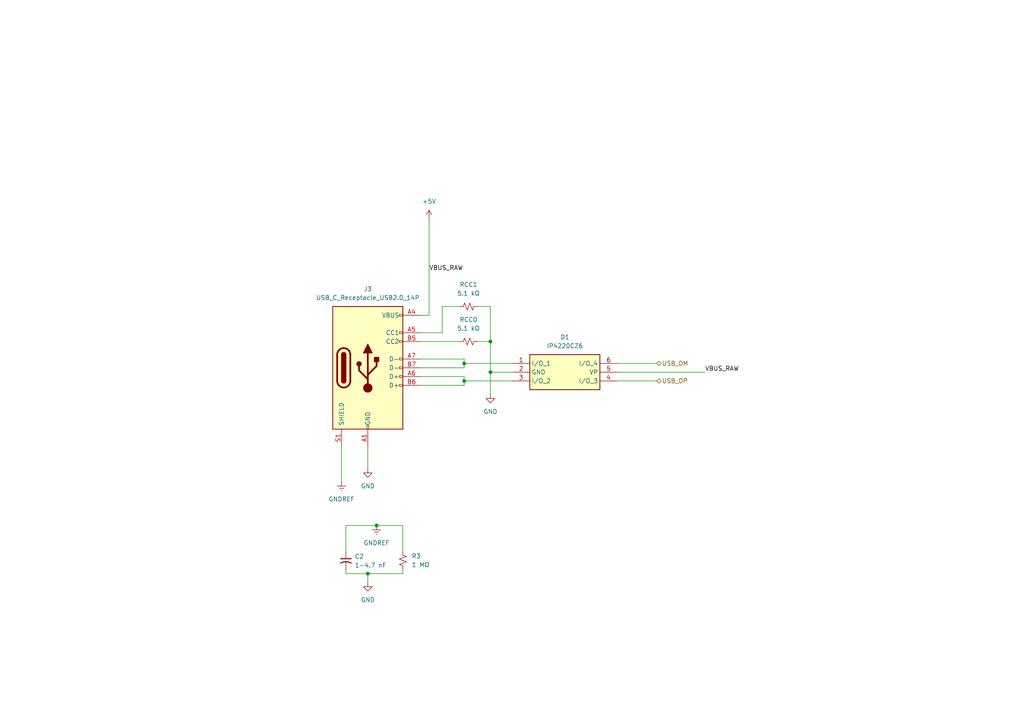
<source format=kicad_sch>
(kicad_sch (version 20250114) (generator "eeschema") (generator_version "9.0")
  (paper "A4")
  (lib_symbols
    (symbol "Connector:USB_C_Receptacle_USB2.0_14P" (pin_names (offset 1.016))
      (property "Reference" "J1" (at 0 22.86 0))
      (property "Value" "USB_C_Receptacle_USB2.0_14P" (at 0 20.32 0))
      (symbol "USB_C_Receptacle_USB2.0_14P_0_0"
        (rectangle (start -0.254 -17.78) (end 0.254 -16.764))
        (rectangle (start 10.16 15.494) (end 9.144 14.986))
        (rectangle (start 10.16 10.414) (end 9.144 9.906))
        (rectangle (start 10.16 7.874) (end 9.144 7.366))
        (rectangle (start 10.16 2.794) (end 9.144 2.286))
        (rectangle (start 10.16 0.254) (end 9.144 -0.254))
        (rectangle (start 10.16 -2.286) (end 9.144 -2.794))
        (rectangle (start 10.16 -4.826) (end 9.144 -5.334))
      )
      (symbol "USB_C_Receptacle_USB2.0_14P_0_1"
        (rectangle (start -10.16 17.78) (end 10.16 -17.78) (stroke (width 0.254)) (fill (type background)))
        (polyline (pts (xy -8.89 -3.81) (xy -8.89 3.81)) (stroke (width 0.508)))
        (rectangle (start -7.62 -3.81) (end -6.35 3.81) (stroke (width 0.254)) (fill (type outline)))
        (arc (start -7.62 3.81) (mid -6.985 4.4423) (end -6.35 3.81) (stroke (width 0.254)))
        (arc (start -7.62 3.81) (mid -6.985 4.4423) (end -6.35 3.81) (stroke (width 0.254)) (fill (type outline)))
        (arc (start -8.89 3.81) (mid -6.985 5.7067) (end -5.08 3.81) (stroke (width 0.508)))
        (arc (start -5.08 -3.81) (mid -6.985 -5.7067) (end -8.89 -3.81) (stroke (width 0.508)))
        (arc (start -6.35 -3.81) (mid -6.985 -4.4423) (end -7.62 -3.81) (stroke (width 0.254)))
        (arc (start -6.35 -3.81) (mid -6.985 -4.4423) (end -7.62 -3.81) (stroke (width 0.254)) (fill (type outline)))
        (polyline (pts (xy -5.08 3.81) (xy -5.08 -3.81)) (stroke (width 0.508)))
        (circle (center -2.54 1.143) (radius 0.635) (stroke (width 0.254)) (fill (type outline)))
        (polyline (pts (xy -1.27 4.318) (xy 0 6.858) (xy 1.27 4.318) (xy -1.27 4.318)) (stroke (width 0.254)) (fill (type outline)))
        (polyline (pts (xy 0 -2.032) (xy 2.54 0.508) (xy 2.54 1.778)) (stroke (width 0.508)))
        (polyline (pts (xy 0 -3.302) (xy -2.54 -0.762) (xy -2.54 0.508)) (stroke (width 0.508)))
        (polyline (pts (xy 0 -5.842) (xy 0 4.318)) (stroke (width 0.508)))
        (circle (center 0 -5.842) (radius 1.27) (fill (type outline)))
        (rectangle (start 1.905 1.778) (end 3.175 3.048) (stroke (width 0.254)) (fill (type outline)))
      )
      (symbol "USB_C_Receptacle_USB2.0_14P_1_1"
        (pin passive line (at -7.62 -22.86 90) (length 5.08) (name "SHIELD") (number "S1"))
        (pin passive line (at 0 -22.86 90) (length 5.08) (name "GND") (number "A1"))
        (pin passive line (at 0 -22.86 90) (length 5.08) (hide yes) (name "GND") (number "A12"))
        (pin passive line (at 0 -22.86 90) (length 5.08) (hide yes) (name "GND") (number "B1"))
        (pin passive line (at 0 -22.86 90) (length 5.08) (hide yes) (name "GND") (number "B12"))
        (pin passive line (at 15.24 15.24 180) (length 5.08) (name "VBUS") (number "A4"))
        (pin passive line (at 15.24 15.24 180) (length 5.08) (hide yes) (name "VBUS") (number "A9"))
        (pin passive line (at 15.24 15.24 180) (length 5.08) (hide yes) (name "VBUS") (number "B4"))
        (pin passive line (at 15.24 15.24 180) (length 5.08) (hide yes) (name "VBUS") (number "B9"))
        (pin bidirectional line (at 15.24 10.16 180) (length 5.08) (name "CC1") (number "A5"))
        (pin bidirectional line (at 15.24 7.62 180) (length 5.08) (name "CC2") (number "B5"))
        (pin bidirectional line (at 15.24 2.54 180) (length 5.08) (name "D-") (number "A7"))
        (pin bidirectional line (at 15.24 0 180) (length 5.08) (name "D-") (number "B7"))
        (pin bidirectional line (at 15.24 -2.54 180) (length 5.08) (name "D+") (number "A6"))
        (pin bidirectional line (at 15.24 -5.08 180) (length 5.08) (name "D+") (number "B6"))
      )
    )
    (symbol "Device:C_Small_US" (pin_numbers (hide yes)) (pin_names (offset 0.254) (hide yes))
      (property "Reference" "C" (at 0.254 1.778 0))
      (property "Value" "C_Small_US" (at 0.254 -2.032 0))
      (symbol "C_Small_US_0_1"
        (polyline (pts (xy -1.524 0.508) (xy 1.524 0.508)) (stroke (width 0.3048)))
        (arc (start -1.524 -0.762) (mid 0 -0.3734) (end 1.524 -0.762) (stroke (width 0.3048)))
      )
      (symbol "C_Small_US_1_1"
        (pin passive line (at 0 2.54 270) (length 2.032) (name "~") (number "1"))
        (pin passive line (at 0 -2.54 90) (length 2.032) (name "~") (number "2"))
      )
    )
    (symbol "Device:R_Small_US" (pin_numbers (hide yes)) (pin_names (offset 0.254) (hide yes))
      (property "Reference" "R" (at 0.762 0.508 0))
      (property "Value" "R_Small_US" (at 0.762 -1.016 0))
      (symbol "R_Small_US_1_1"
        (polyline (pts (xy 0 1.524) (xy 1.016 1.143) (xy 0 0.762) (xy -1.016 0.381) (xy 0 0)))
        (polyline (pts (xy 0 0) (xy 1.016 -0.381) (xy 0 -0.762) (xy -1.016 -1.143) (xy 0 -1.524)))
        (pin passive line (at 0 2.54 270) (length 1.016) (name "~") (number "1"))
        (pin passive line (at 0 -2.54 90) (length 1.016) (name "~") (number "2"))
      )
    )
    (symbol "SamacSys:IP4220CZ6"
      (property "Reference" "D1" (at 15.24 7.62 0))
      (property "Value" "IP4220CZ6" (at 15.24 5.08 0))
      (symbol "IP4220CZ6_1_1"
        (rectangle (start 5.08 2.54) (end 25.4 -7.62) (stroke (width 0.254)) (fill (type background)))
        (pin passive line (at 0 0 0) (length 5.08) (name "I/O_1") (number "1"))
        (pin passive line (at 0 -2.54 0) (length 5.08) (name "GND") (number "2"))
        (pin passive line (at 0 -5.08 0) (length 5.08) (name "I/O_2") (number "3"))
        (pin passive line (at 30.48 0 180) (length 5.08) (name "I/O_4") (number "6"))
        (pin passive line (at 30.48 -2.54 180) (length 5.08) (name "VP") (number "5"))
        (pin passive line (at 30.48 -5.08 180) (length 5.08) (name "I/O_3") (number "4"))
      )
    )
    (symbol "power:+5V" (power) (pin_numbers (hide yes)) (pin_names (offset 0) (hide yes))
      (property "Value" "+5V" (at 0 3.556 0))
      (symbol "+5V_0_1"
        (polyline (pts (xy -0.762 1.27) (xy 0 2.54)))
        (polyline (pts (xy 0 2.54) (xy 0.762 1.27)))
        (polyline (pts (xy 0 0) (xy 0 2.54)))
      )
      (symbol "+5V_1_1"
        (pin power_in line (at 0 0 90) (length 0) (name "~") (number "1"))
      )
    )
    (symbol "power:GND" (power) (pin_numbers (hide yes)) (pin_names (offset 0) (hide yes))
      (property "Value" "GND" (at 0 -3.81 0))
      (symbol "GND_0_1"
        (polyline (pts (xy 0 0) (xy 0 -1.27) (xy 1.27 -1.27) (xy 0 -2.54) (xy -1.27 -1.27) (xy 0 -1.27)))
      )
      (symbol "GND_1_1"
        (pin power_in line (at 0 0 270) (length 0) (name "~") (number "1"))
      )
    )
    (symbol "power:GNDREF" (power) (pin_numbers (hide yes)) (pin_names (offset 0) (hide yes))
      (property "Value" "GNDREF" (at 0 -3.81 0))
      (symbol "GNDREF_0_1"
        (polyline (pts (xy -0.635 -1.905) (xy 0.635 -1.905)))
        (polyline (pts (xy -0.127 -2.54) (xy 0.127 -2.54)))
        (polyline (pts (xy 0 -1.27) (xy 0 0)))
        (polyline (pts (xy 1.27 -1.27) (xy -1.27 -1.27)))
      )
      (symbol "GNDREF_1_1"
        (pin power_in line (at 0 0 270) (length 0) (name "~") (number "1"))
      )
    )
  )
  (junction (at 142.24 99.06))
  (junction (at 134.62 110.49))
  (junction (at 142.24 107.95))
  (junction (at 134.62 105.41))
  (junction (at 106.68 166.37))
  (junction (at 109.22 152.4))
  (wire (pts (xy 142.24 107.95) (xy 142.24 114.3)))
  (wire (pts (xy 134.62 110.49) (xy 134.62 111.76)))
  (wire (pts (xy 134.62 104.14) (xy 134.62 105.41)))
  (wire (pts (xy 148.59 107.95) (xy 142.24 107.95)))
  (wire (pts (xy 138.43 88.9) (xy 142.24 88.9)))
  (wire (pts (xy 116.84 166.37) (xy 116.84 165.1)))
  (wire (pts (xy 179.07 110.49) (xy 190.5 110.49)))
  (wire (pts (xy 134.62 109.22) (xy 134.62 110.49)))
  (wire (pts (xy 128.27 96.52) (xy 128.27 88.9)))
  (wire (pts (xy 121.92 96.52) (xy 128.27 96.52)))
  (wire (pts (xy 121.92 111.76) (xy 134.62 111.76)))
  (wire (pts (xy 100.33 152.4) (xy 109.22 152.4)))
  (wire (pts (xy 142.24 88.9) (xy 142.24 99.06)))
  (wire (pts (xy 128.27 88.9) (xy 133.35 88.9)))
  (wire (pts (xy 121.92 109.22) (xy 134.62 109.22)))
  (wire (pts (xy 106.68 129.54) (xy 106.68 135.89)))
  (wire (pts (xy 138.43 99.06) (xy 142.24 99.06)))
  (wire (pts (xy 100.33 166.37) (xy 106.68 166.37)))
  (wire (pts (xy 121.92 99.06) (xy 133.35 99.06)))
  (wire (pts (xy 121.92 106.68) (xy 134.62 106.68)))
  (wire (pts (xy 121.92 91.44) (xy 124.46 91.44)))
  (wire (pts (xy 106.68 166.37) (xy 106.68 168.91)))
  (wire (pts (xy 99.06 129.54) (xy 99.06 139.7)))
  (wire (pts (xy 116.84 166.37) (xy 106.68 166.37)))
  (wire (pts (xy 134.62 110.49) (xy 148.59 110.49)))
  (wire (pts (xy 124.46 63.5) (xy 124.46 91.44)))
  (wire (pts (xy 134.62 105.41) (xy 148.59 105.41)))
  (wire (pts (xy 100.33 160.02) (xy 100.33 152.4)))
  (wire (pts (xy 116.84 152.4) (xy 109.22 152.4)))
  (wire (pts (xy 116.84 160.02) (xy 116.84 152.4)))
  (wire (pts (xy 100.33 166.37) (xy 100.33 165.1)))
  (wire (pts (xy 134.62 106.68) (xy 134.62 105.41)))
  (wire (pts (xy 179.07 107.95) (xy 204.47 107.95)))
  (wire (pts (xy 142.24 99.06) (xy 142.24 107.95)))
  (wire (pts (xy 179.07 105.41) (xy 190.5 105.41)))
  (wire (pts (xy 121.92 104.14) (xy 134.62 104.14)))
  (label "VBUS_RAW" (at 204.47 107.95 0))
  (label "VBUS_RAW" (at 124.46 78.74 0))
  (hierarchical_label "USB_DM" (shape bidirectional) (at 190.5 105.41 0))
  (hierarchical_label "USB_DP" (shape bidirectional) (at 190.5 110.49 0))
  (symbol (lib_id "power:GNDREF") (at 99.06 139.7 0) (unit 1)
    (property "Reference" "#PWR029" (effects (hide yes)))
    (property "Value" "GNDREF" (at 99.06 144.78 0))
    (property "Description" "Power symbol creates a global label with name \"GNDREF\" , reference supply ground" (effects (hide yes)))
  )
  (symbol (lib_id "SamacSys:IP4220CZ6") (at 148.59 105.41 0) (unit 1)
    (property "Reference" "D1" (at 163.83 97.79 0))
    (property "Value" "IP4220CZ6" (at 163.83 100.33 0))
    (property "Footprint" "SamacSys:IP4220CZ6" (effects (hide yes)))
    (property "Datasheet" "https://assets.nexperia.com/documents/data-sheet/IP4220CZ6.pdf" (effects (hide yes)))
    (property "Description" "Dual Schmitt-Trigger Inverter" (effects (hide yes)))
    (property "Height" "1.1" (effects (hide yes)))
    (property "Manufacturer_Name" "Nexperia" (effects (hide yes)))
    (property "Manufacturer_Part_Number" "IP4220CZ6" (effects (hide yes)))
    (property "Mouser Part Number" "N/A" (effects (hide yes)))
    (property "Mouser Price/Stock" "https://www.mouser.co.uk/ProductDetail/Nexperia/IP4220CZ6?qs=vHuUswq2%252Bsz%2FcpO1r84zKA%3D%3D" (effects (hide yes)))
  )
  (symbol (lib_id "power:GND") (at 106.68 135.89 0) (unit 1)
    (property "Reference" "#PWR034" (effects (hide yes)))
    (property "Value" "GND" (at 106.68 140.97 0))
    (property "Description" "Power symbol creates a global label with name \"GND\" , ground" (effects (hide yes)))
  )
  (symbol (lib_id "power:GND") (at 106.68 168.91 0) (unit 1)
    (property "Reference" "#PWR02" (effects (hide yes)))
    (property "Value" "GND" (at 106.68 173.99 0))
    (property "Description" "Power symbol creates a global label with name \"GND\" , ground" (effects (hide yes)))
  )
  (symbol (lib_id "Device:R_Small_US") (at 135.89 99.06 90) (unit 1)
    (property "Reference" "RCC0" (at 135.89 92.71 90))
    (property "Value" "5.1 kΩ" (at 135.89 95.25 90))
    (property "Footprint" "Resistor_SMD:R_0805_2012Metric_Pad1.20x1.40mm_HandSolder" (effects (hide yes)))
  )
  (symbol (lib_id "Device:R_Small_US") (at 135.89 88.9 90) (unit 1)
    (property "Reference" "RCC1" (at 135.89 82.55 90))
    (property "Value" "5.1 kΩ" (at 135.89 85.09 90))
    (property "Footprint" "Resistor_SMD:R_0805_2012Metric_Pad1.20x1.40mm_HandSolder" (effects (hide yes)))
  )
  (symbol (lib_id "power:+5V") (at 124.46 63.5 0) (unit 1)
    (property "Reference" "#PWR03" (effects (hide yes)))
    (property "Value" "+5V" (at 124.46 58.42 0))
    (property "Description" "Power symbol creates a global label with name \"+5V\"" (effects (hide yes)))
  )
  (symbol (lib_id "Device:R_Small_US") (at 116.84 162.56 0) (unit 1)
    (property "Reference" "R3" (at 119.38 161.2899 0) (effects (justify left)))
    (property "Value" "1 MΩ" (at 119.38 163.8299 0) (effects (justify left)))
    (property "Footprint" "Resistor_SMD:R_0805_2012Metric_Pad1.20x1.40mm_HandSolder" (effects (hide yes)))
    (property "Description" "Resistor, small US symbol" (effects (hide yes)))
  )
  (symbol (lib_id "power:GNDREF") (at 109.22 152.4 0) (unit 1)
    (property "Reference" "#PWR030" (effects (hide yes)))
    (property "Value" "GNDREF" (at 109.22 157.48 0))
    (property "Description" "Power symbol creates a global label with name \"GNDREF\" , reference supply ground" (effects (hide yes)))
  )
  (symbol (lib_id "power:GND") (at 142.24 114.3 0) (unit 1)
    (property "Reference" "#PWR01" (effects (hide yes)))
    (property "Value" "GND" (at 142.24 119.38 0))
    (property "Description" "Power symbol creates a global label with name \"GND\" , ground" (effects (hide yes)))
  )
  (symbol (lib_id "Device:C_Small_US") (at 100.33 162.56 0) (unit 1)
    (property "Reference" "C2" (at 102.87 161.4169 0) (effects (justify left)))
    (property "Value" "1-4.7 nF" (at 102.87 163.9569 0) (effects (justify left)))
    (property "Footprint" "Capacitor_SMD:C_0805_2012Metric_Pad1.18x1.45mm_HandSolder" (effects (hide yes)))
    (property "Description" "capacitor, small US symbol" (effects (hide yes)))
  )
  (symbol (lib_id "Connector:USB_C_Receptacle_USB2.0_14P") (at 106.68 106.68 0) (unit 1)
    (property "Reference" "J3" (at 106.68 83.82 0))
    (property "Value" "USB_C_Receptacle_USB2.0_14P" (at 106.68 86.36 0))
    (property "Footprint" "Connector_USB:USB_C_Receptacle_GCT_USB4085" (effects (hide yes)))
    (property "Datasheet" "https://www.usb.org/sites/default/files/documents/usb_type-c.zip" (effects (hide yes)))
    (property "Description" "USB 2.0-only 14P Type-C Receptacle connector" (effects (hide yes)))
  )
)
</source>
